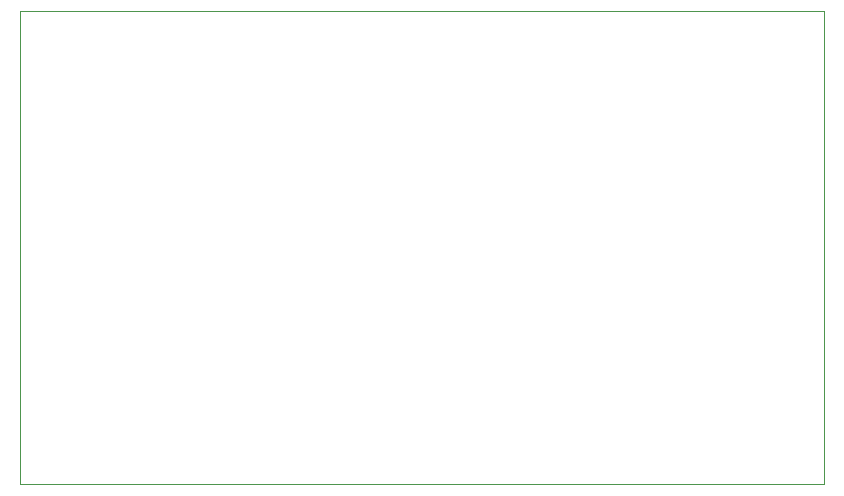
<source format=gm1>
G04 #@! TF.GenerationSoftware,KiCad,Pcbnew,5.1.8+dfsg1-1~bpo10+1*
G04 #@! TF.CreationDate,2020-12-17T11:19:26+08:00*
G04 #@! TF.ProjectId,stm32-io-extend,73746d33-322d-4696-9f2d-657874656e64,rev?*
G04 #@! TF.SameCoordinates,PX4cf27c8PY5b7b308*
G04 #@! TF.FileFunction,Profile,NP*
%FSLAX46Y46*%
G04 Gerber Fmt 4.6, Leading zero omitted, Abs format (unit mm)*
G04 Created by KiCad (PCBNEW 5.1.8+dfsg1-1~bpo10+1) date 2020-12-17 11:19:26*
%MOMM*%
%LPD*%
G01*
G04 APERTURE LIST*
G04 #@! TA.AperFunction,Profile*
%ADD10C,0.050000*%
G04 #@! TD*
G04 APERTURE END LIST*
D10*
X68000000Y40000000D02*
X68000000Y0D01*
X0Y40000000D02*
X0Y0D01*
X0Y0D02*
X68000000Y0D01*
X0Y40000000D02*
X68000000Y40000000D01*
M02*

</source>
